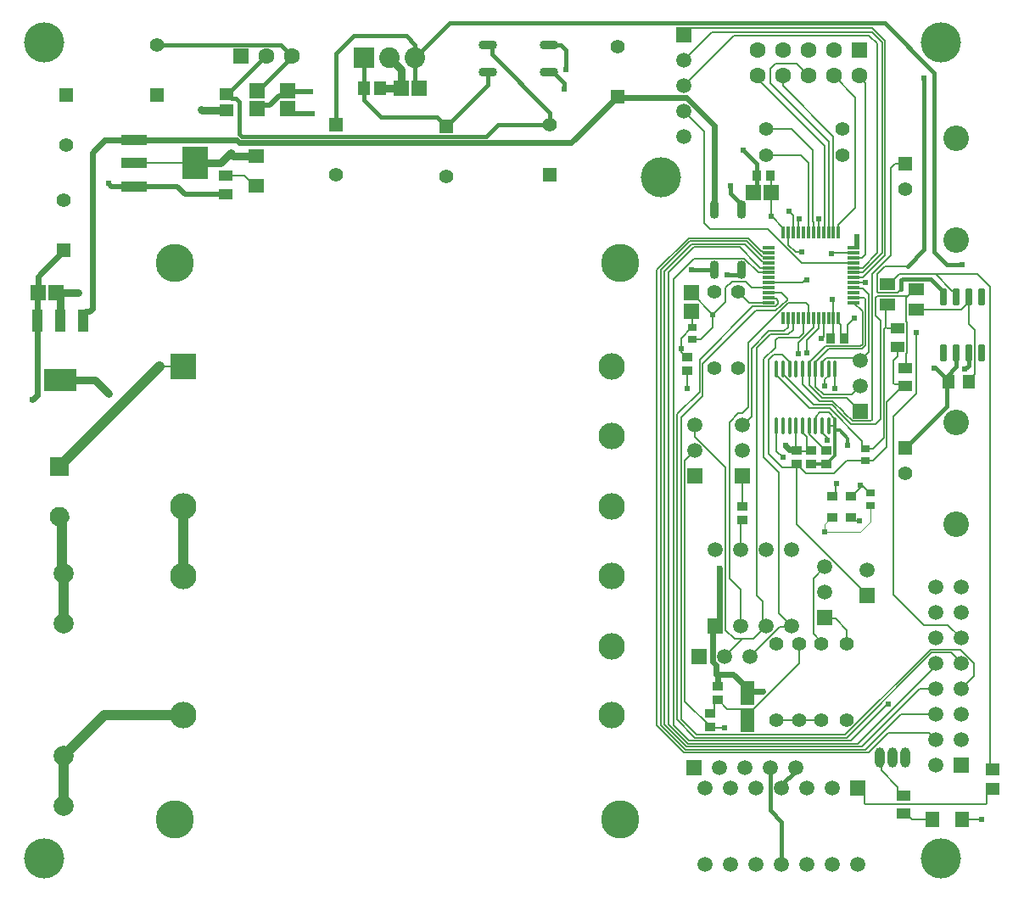
<source format=gtl>
G04*
G04 #@! TF.GenerationSoftware,Altium Limited,Altium Designer,20.1.14 (287)*
G04*
G04 Layer_Physical_Order=1*
G04 Layer_Color=255*
%FSLAX25Y25*%
%MOIN*%
G70*
G04*
G04 #@! TF.SameCoordinates,DD9DAAA6-87D7-4B0E-BF1D-CD2AD6DAE19A*
G04*
G04*
G04 #@! TF.FilePolarity,Positive*
G04*
G01*
G75*
%ADD10C,0.00787*%
%ADD12C,0.02362*%
%ADD13C,0.01968*%
%ADD15C,0.01575*%
%ADD23R,0.03543X0.02953*%
%ADD39R,0.03937X0.03543*%
%ADD40R,0.04724X0.01181*%
%ADD41R,0.01181X0.04724*%
%ADD58C,0.08071*%
%ADD59R,0.08071X0.08071*%
%ADD67C,0.07874*%
%ADD70R,0.03543X0.03937*%
%ADD71R,0.05906X0.06102*%
%ADD72R,0.06102X0.05906*%
%ADD73R,0.03937X0.03543*%
%ADD74R,0.05118X0.05709*%
%ADD75O,0.07284X0.03543*%
%ADD76R,0.05709X0.05118*%
%ADD77R,0.05709X0.04134*%
%ADD78R,0.09843X0.03937*%
%ADD79R,0.09843X0.12992*%
%ADD80R,0.05906X0.05512*%
%ADD81R,0.05709X0.04724*%
%ADD82R,0.06102X0.04921*%
G04:AMPARAMS|DCode=83|XSize=25.59mil|YSize=64.96mil|CornerRadius=1.92mil|HoleSize=0mil|Usage=FLASHONLY|Rotation=0.000|XOffset=0mil|YOffset=0mil|HoleType=Round|Shape=RoundedRectangle|*
%AMROUNDEDRECTD83*
21,1,0.02559,0.06112,0,0,0.0*
21,1,0.02175,0.06496,0,0,0.0*
1,1,0.00384,0.01088,-0.03056*
1,1,0.00384,-0.01088,-0.03056*
1,1,0.00384,-0.01088,0.03056*
1,1,0.00384,0.01088,0.03056*
%
%ADD83ROUNDEDRECTD83*%
%ADD84R,0.04724X0.05709*%
%ADD85O,0.01378X0.06693*%
%ADD86O,0.03543X0.07284*%
%ADD87R,0.05512X0.05906*%
%ADD88R,0.03937X0.08661*%
%ADD89R,0.12992X0.08661*%
%ADD90R,0.05315X0.09252*%
%ADD91C,0.00400*%
%ADD92C,0.02953*%
%ADD93C,0.01181*%
%ADD94C,0.03937*%
%ADD95R,0.05512X0.05512*%
%ADD96C,0.05512*%
%ADD97C,0.05906*%
%ADD98R,0.05906X0.05906*%
%ADD99R,0.05906X0.05906*%
%ADD100R,0.10394X0.10394*%
%ADD101C,0.10394*%
%ADD102C,0.14961*%
%ADD103R,0.06299X0.06299*%
%ADD104C,0.06299*%
%ADD105O,0.03937X0.07874*%
%ADD106O,0.03937X0.07874*%
%ADD107C,0.10039*%
%ADD108R,0.06299X0.06299*%
%ADD109C,0.06299*%
%ADD110C,0.07677*%
%ADD111R,0.07677X0.07677*%
%ADD112C,0.15748*%
%ADD113C,0.02402*%
D10*
X326625Y60075D02*
X341050Y74500D01*
X341500D01*
X327756Y239973D02*
X332473D01*
X332500Y240000D01*
X333813Y212762D02*
Y235458D01*
X331439Y237832D02*
X333813Y235458D01*
X327929Y237832D02*
X331439D01*
X340187Y250911D02*
Y334942D01*
X331242Y241966D02*
X340187Y250911D01*
X327732Y241966D02*
X331242D01*
X263500Y339950D02*
X335179D01*
X340187Y334942D01*
X314000Y259729D02*
Y265000D01*
X313953Y259682D02*
X314000Y259729D01*
X290000Y319950D02*
X316264Y293686D01*
Y260025D02*
Y293686D01*
X315921Y259682D02*
X316264Y260025D01*
X311736Y264062D02*
Y292214D01*
X303500Y300450D02*
X311736Y292214D01*
Y264062D02*
X312000Y263798D01*
Y259698D02*
Y263798D01*
X309500Y217513D02*
X313953Y221965D01*
X309500Y212500D02*
Y217513D01*
X292500Y171450D02*
Y210000D01*
X297000Y214500D02*
Y217500D01*
X292500Y210000D02*
X297000Y214500D01*
X297950Y218450D02*
X306321D01*
X297000Y217500D02*
X297950Y218450D01*
X302137Y219637D02*
X303913Y221413D01*
X294942Y219637D02*
X302137D01*
X303913Y221413D02*
Y226021D01*
X294500Y220950D02*
X300450D01*
X302000Y222500D01*
Y226076D01*
X265000Y253950D02*
X283013D01*
X290137Y246825D02*
Y246825D01*
X283013Y253950D02*
X290137Y246825D01*
X262189Y57700D02*
X331200D01*
X353772Y80272D02*
X360000D01*
X331200Y57700D02*
X353772Y80272D01*
X262680Y58888D02*
X329388D01*
X360000Y89500D02*
Y90272D01*
X329388Y58888D02*
X360000Y89500D01*
X332513Y56513D02*
X346272Y70272D01*
X360000D01*
X261697Y56513D02*
X332513D01*
X333825Y55325D02*
X341493Y62993D01*
X357279D01*
X261137Y55325D02*
X333825D01*
X357904Y95834D02*
X369736D01*
X324520Y62450D02*
X357904Y95834D01*
X358396Y94647D02*
X366102D01*
X325012Y61262D02*
X358396Y94647D01*
X258500Y68271D02*
Y188476D01*
Y68271D02*
X265508Y61262D01*
X258500Y188476D02*
X267280Y197255D01*
X265508Y61262D02*
X325012D01*
X250500Y245129D02*
X262883Y257512D01*
X250500Y65962D02*
X261137Y55325D01*
X250500Y65962D02*
Y245129D01*
X252000Y66141D02*
Y244950D01*
Y66141D02*
X259067Y59075D01*
X252000Y244950D02*
X263375Y256325D01*
X253500Y66321D02*
X259558Y60262D01*
X253500Y244450D02*
X264000Y254950D01*
X253500Y66321D02*
Y244450D01*
X255000Y66500D02*
X260050Y61450D01*
X255000Y243950D02*
X265000Y253950D01*
X255000Y66500D02*
Y243950D01*
X259067Y59075D02*
X259135D01*
X261697Y56513D01*
X259558Y60262D02*
X259626D01*
X262189Y57700D01*
X260050Y61450D02*
X260118D01*
X366102Y94647D02*
X370000Y90749D01*
Y90272D02*
Y90749D01*
Y80272D02*
X375000Y85272D01*
Y90570D01*
X369736Y95834D02*
X375000Y90570D01*
X331255Y160261D02*
X334205Y157312D01*
X330688Y160261D02*
X331255D01*
X330500Y160450D02*
X330688Y160261D01*
X315921Y218871D02*
Y226218D01*
X315000Y217950D02*
X315921Y218871D01*
X306039Y259721D02*
X306079Y259682D01*
X306039Y264489D02*
X306500Y264950D01*
X306039Y259721D02*
Y264489D01*
X294268Y236060D02*
X299390D01*
X260000Y68450D02*
X266000Y62450D01*
X324520D01*
X299452Y231082D02*
X301584Y233213D01*
X260000Y68450D02*
Y186950D01*
X268500Y195450D01*
Y207950D01*
X289500Y228950D01*
X297151D01*
X301584Y233213D02*
Y233866D01*
X297151Y228950D02*
X299283Y231082D01*
X299452D01*
X299390Y236060D02*
X301584Y233866D01*
X267280Y197255D02*
Y209826D01*
X296950Y230647D02*
X298073Y231770D01*
X267280Y209826D02*
X288101Y230647D01*
X296950D01*
X298073Y231770D02*
Y232870D01*
X297238Y233704D02*
X298073Y232870D01*
X297168Y233704D02*
X297238D01*
X296977Y233895D02*
X297168Y233704D01*
X294465Y233895D02*
X296977D01*
X263172Y60075D02*
X326625D01*
X257092Y241542D02*
X265026Y249476D01*
X257092Y66155D02*
Y241542D01*
X265026Y249476D02*
X284878D01*
X257092Y66155D02*
X263172Y60075D01*
X311984Y259682D02*
X312000Y259698D01*
X306000Y211950D02*
Y216450D01*
X352500Y196450D02*
Y220450D01*
X343500Y187450D02*
X352500Y196450D01*
X260118Y61450D02*
X262680Y58888D01*
X343500Y117450D02*
X355500Y105450D01*
X81000Y282092D02*
X88358D01*
X90638Y280406D02*
X93000Y278044D01*
X90043Y280406D02*
X90638D01*
X88358Y282092D02*
X90043Y280406D01*
X274453Y75978D02*
X274650D01*
X278162Y72465D01*
X283736D01*
X286000Y70202D01*
Y68233D02*
Y70202D01*
X273075Y74600D02*
X274453Y75978D01*
X273075Y71985D02*
Y74600D01*
X271697Y70607D02*
X273075Y71985D01*
X271500Y70607D02*
X271697D01*
X325138Y170088D02*
X335453D01*
X332205Y174812D02*
X335453D01*
Y170088D02*
X340875Y175510D01*
Y192970D01*
X347213Y199308D01*
X339687Y221737D02*
X340503Y222553D01*
X339687Y179047D02*
Y221737D01*
X335453Y174812D02*
X339687Y179047D01*
X297484Y206170D02*
X297677Y206363D01*
Y209021D01*
X331122Y175895D02*
X332205Y174812D01*
X331122Y175895D02*
Y177877D01*
X318401Y190599D02*
X331122Y177877D01*
X310398Y190599D02*
X318401D01*
X297677Y203320D02*
X310398Y190599D01*
X297484Y206170D02*
X297677Y206363D01*
Y209021D01*
Y203320D02*
Y205977D01*
X297484Y206170D02*
X297677Y205977D01*
X320000Y164950D02*
X325138Y170088D01*
X309185Y164950D02*
X320000D01*
X307075Y167060D02*
X309185Y164950D01*
X307075Y167060D02*
Y167257D01*
X305697Y168635D02*
X307075Y167257D01*
X305500Y168635D02*
X305697D01*
X347213Y199308D02*
X348000D01*
X346571Y199950D02*
X346963Y199558D01*
X347213Y199308D01*
X284878Y249476D02*
X290419Y243934D01*
X294268D01*
X330312Y160261D02*
X330500Y160450D01*
X330312Y159458D02*
Y160261D01*
X326937Y156084D02*
X330312Y159458D01*
X319858Y226218D02*
Y232825D01*
Y218966D02*
Y226218D01*
X302142Y254808D02*
X305000Y251950D01*
X302142Y254808D02*
Y259682D01*
X305000Y251950D02*
X307500D01*
X269000Y263450D02*
Y299450D01*
X271500Y260950D02*
X294176D01*
X269000Y263450D02*
X271500Y260950D01*
X294176D02*
X307255Y247871D01*
X261000Y307450D02*
X269000Y299450D01*
X294268Y234092D02*
X294465Y233895D01*
X294268Y239997D02*
X294315Y239950D01*
X308648Y240950D02*
X309500D01*
X307648Y239950D02*
X308648Y240950D01*
X294315Y239950D02*
X307648D01*
X286363Y190950D02*
Y216312D01*
X302000Y231950D02*
X309000D01*
X286363Y216312D02*
X298789Y228739D01*
X299424Y229374D02*
X302000Y231950D01*
X298789Y228909D02*
X299254Y229374D01*
X298789Y228739D02*
Y228909D01*
X299254Y229374D02*
X299424D01*
X331000Y213950D02*
X332413Y215362D01*
Y233580D01*
X331901Y234092D02*
X332413Y233580D01*
X330500Y209450D02*
X333813Y212762D01*
X317961Y213950D02*
X331000D01*
X312839Y208828D02*
X317961Y213950D01*
X316639Y215188D02*
X330502D01*
X331225Y215911D02*
Y228630D01*
X310280Y208828D02*
X316639Y215188D01*
X330502D02*
X331225Y215911D01*
X315398Y206170D02*
X315591Y206363D01*
Y209021D01*
X328115Y210450D02*
X329115Y209450D01*
X315591Y209021D02*
X317020Y210450D01*
X328115D01*
X329115Y209450D02*
X330500D01*
X319543Y193450D02*
X324000Y188993D01*
X314500Y193450D02*
X319543D01*
X324000Y188922D02*
Y188993D01*
X327219Y185703D02*
X334539D01*
X324000Y188922D02*
X327219Y185703D01*
X322813Y188430D02*
X326727Y184516D01*
X327434D02*
X327500Y184450D01*
X326727Y184516D02*
X327434D01*
X322813Y188430D02*
Y188501D01*
X319363Y191950D02*
X322813Y188501D01*
X312069Y191950D02*
X319363D01*
X327500Y184450D02*
X336500D01*
X314500Y188950D02*
X318038D01*
X313032Y187481D02*
X314500Y188950D01*
X312839Y183729D02*
X312952Y183842D01*
Y186917D01*
X313032Y186997D01*
Y187481D01*
X318038Y188950D02*
X320516Y186472D01*
X300619Y203400D02*
X312069Y191950D01*
X336500Y184450D02*
X338500Y186450D01*
X300316Y203400D02*
X300619D01*
X300043Y203673D02*
X300316Y203400D01*
X300043Y203673D02*
Y206170D01*
X335000Y186165D02*
Y243450D01*
X334539Y185703D02*
X335000Y186165D01*
X307720Y200229D02*
X314500Y193450D01*
X326863Y193087D02*
X326863D01*
X315508Y194762D02*
X325187D01*
X326863Y193087D01*
X326863D02*
X330500Y189450D01*
X310393Y202982D02*
Y206057D01*
Y202982D02*
X310472Y202902D01*
Y199798D02*
X315508Y194762D01*
X310280Y206170D02*
X310393Y206057D01*
X310472Y199798D02*
Y202902D01*
X299849Y167450D02*
X304315D01*
X294500Y172799D02*
X299849Y167450D01*
X294500Y172799D02*
Y209875D01*
X296461Y211836D01*
X299594D01*
X292500Y171450D02*
X298500Y165450D01*
X304315Y167450D02*
X305500Y168635D01*
X298500Y109950D02*
Y165450D01*
X330441Y119509D02*
X333000Y116950D01*
X330441Y119509D02*
Y120009D01*
X305500Y144950D02*
X330441Y120009D01*
X305500Y144950D02*
Y168635D01*
X312000Y101958D02*
X315167Y98791D01*
X312000Y123892D02*
X316500Y128392D01*
X312000Y101958D02*
Y123892D01*
X261500Y75489D02*
Y169950D01*
X265500Y173950D01*
X261500Y75489D02*
X271697Y65292D01*
X277500Y103450D02*
Y167450D01*
Y103450D02*
X281000Y99950D01*
X265500Y179450D02*
X277500Y167450D01*
X265500Y179450D02*
Y183950D01*
X289754Y117017D02*
X292000Y114771D01*
X289754Y117017D02*
Y214449D01*
X294942Y219637D01*
X298500Y109950D02*
X303500Y104950D01*
X287550Y214000D02*
X294500Y220950D01*
X302000Y226076D02*
X302142Y226218D01*
X284000Y183950D02*
X287550Y187500D01*
Y214000D01*
X292000Y106450D02*
X292231Y106219D01*
X292231D02*
X293500Y104950D01*
X292000Y106450D02*
Y114771D01*
X308031Y220160D02*
Y226202D01*
X306321Y218450D02*
X308031Y220160D01*
Y226202D02*
X308047Y226218D01*
X310016D02*
Y230934D01*
X309000Y231950D02*
X310016Y230934D01*
X272500Y227450D02*
X277500Y232450D01*
X264098Y235993D02*
X272500Y227592D01*
X277500Y232450D02*
Y237989D01*
X286519Y257450D02*
X291112Y252857D01*
X286230Y257450D02*
X286519D01*
X262883Y257512D02*
X286168D01*
X286230Y257450D01*
X263375Y256325D02*
X285676D01*
X291577Y250424D01*
X285082Y254950D02*
X291577Y248455D01*
X264000Y254950D02*
X264321D01*
X285013D02*
X285082D01*
X264321D02*
X264508Y255137D01*
X284826D01*
X285013Y254950D01*
X291112Y252857D02*
Y252857D01*
Y252857D02*
X291964Y252005D01*
X292496Y247871D02*
X294268D01*
X291912Y248455D02*
X292496Y247871D01*
X291577Y248455D02*
X291912D01*
X291577Y250424D02*
X291912D01*
X292496Y249840D01*
X294268D01*
X294071Y252005D02*
X294268Y251808D01*
X291964Y252005D02*
X294071D01*
X343500Y117450D02*
Y187450D01*
X373061Y223889D02*
X375500Y221450D01*
X372937Y201442D02*
X375500Y204005D01*
Y221450D01*
X372937Y200950D02*
Y201442D01*
X343961Y199950D02*
X346571D01*
X343500Y200411D02*
Y209450D01*
Y200411D02*
X343961Y199950D01*
X345000Y210950D02*
Y214808D01*
X343500Y209450D02*
X345000Y210950D01*
X337497Y235953D02*
X345003D01*
X346500Y237450D01*
X336961Y234669D02*
X349096D01*
X336500Y226950D02*
X338500Y224950D01*
X348500Y234177D02*
X349044Y234721D01*
X336500Y226950D02*
Y234208D01*
X349505Y235182D02*
X349777Y235454D01*
X349044Y234721D02*
X349505Y235182D01*
X338500Y186450D02*
Y224950D01*
X336500Y234208D02*
X336961Y234669D01*
X348500Y212264D02*
X348648Y212412D01*
X348500Y207091D02*
Y212264D01*
Y224635D02*
X348648Y224487D01*
X348500Y224635D02*
Y234177D01*
X348000Y206592D02*
X348500Y207091D01*
X348648Y212412D02*
Y224487D01*
X351844Y237521D02*
X352434D01*
X349777Y235454D02*
X351844Y237521D01*
X342449Y250899D02*
Y285184D01*
X335000Y243450D02*
X342449Y250899D01*
X337000Y236450D02*
Y243271D01*
X340179Y246450D01*
X349000D01*
X332500Y251214D02*
Y318449D01*
X331126Y249840D02*
X332500Y251214D01*
X327732Y249840D02*
X331126D01*
X330000Y320949D02*
Y321421D01*
Y320949D02*
X332500Y318449D01*
X261000Y327450D02*
X272000Y338450D01*
X335000D02*
X339000Y334450D01*
X272000Y338450D02*
X335000D01*
X261000Y337450D02*
X263500Y339950D01*
X320000Y321421D02*
X328500Y312921D01*
X324405Y265355D02*
X328500Y269450D01*
Y312921D01*
X324405Y265355D02*
X324405D01*
X321827Y262777D02*
X324405Y265355D01*
X321827Y259682D02*
Y262777D01*
X295000Y318450D02*
X317890Y295560D01*
Y259682D02*
Y295560D01*
X300000Y317450D02*
X319858Y297592D01*
Y259682D02*
Y297592D01*
X300000Y317450D02*
Y321421D01*
X295000Y318450D02*
Y323950D01*
X297000Y325950D02*
X305471D01*
X295000Y323950D02*
X297000Y325950D01*
X305471D02*
X310000Y321421D01*
X290000Y319950D02*
Y321421D01*
X261000Y317450D02*
X280716Y337166D01*
X333784D02*
X337000Y333950D01*
X280716Y337166D02*
X333784D01*
X337000Y251627D02*
Y333950D01*
X331276Y245903D02*
X337000Y251627D01*
X339000Y251659D02*
Y334450D01*
X331276Y243934D02*
X339000Y251659D01*
X337000Y236450D02*
X337497Y235953D01*
X54886Y206950D02*
X64500D01*
X309063Y41887D02*
X309500Y41450D01*
X319500Y40950D02*
Y41450D01*
X350646Y28950D02*
X358594D01*
X348287Y31308D02*
X350646Y28950D01*
X15728Y148107D02*
X16614Y147221D01*
Y126678D02*
X17500Y125792D01*
X286000Y70202D02*
X306333Y90535D01*
Y97950D01*
X303315Y104765D02*
X303500Y104950D01*
X298815Y104765D02*
X303315D01*
X287000Y92950D02*
X298815Y104765D01*
X277000Y92950D02*
X277000D01*
X284000Y99950D02*
X288500D01*
X277000Y92950D02*
X284000Y99950D01*
X281000D02*
X284000D01*
X288500D02*
X293500Y104950D01*
X286000Y68233D02*
Y70202D01*
X320508Y206162D02*
X320516Y206170D01*
X320508Y198458D02*
Y206162D01*
X320500Y198450D02*
X320508Y198458D01*
X317957Y203405D02*
Y206170D01*
X316500Y201948D02*
X317957Y203405D01*
X316500Y199450D02*
Y201948D01*
X312839Y199111D02*
Y206170D01*
X316000Y195950D02*
X327000D01*
X312839Y199111D02*
X316000Y195950D01*
X312839Y206170D02*
Y208828D01*
X327000Y195950D02*
X330500Y199450D01*
X307720Y200229D02*
Y206170D01*
X327732Y232123D02*
X331225Y228630D01*
X310280Y206170D02*
Y208828D01*
X302602Y206170D02*
Y208828D01*
X299594Y211836D02*
X302602Y208828D01*
X305161Y174288D02*
Y183729D01*
Y174288D02*
X305500Y173950D01*
X317957Y183729D02*
X320516D01*
X310280D02*
X310393Y183616D01*
Y180360D02*
Y183616D01*
Y180360D02*
X316803Y173950D01*
X317000D01*
X315591Y180879D02*
X317312Y179158D01*
X315591Y180879D02*
Y183537D01*
X315398Y183729D02*
X315591Y183537D01*
X317312Y178138D02*
X317500Y177950D01*
X317312Y178138D02*
Y179158D01*
X307720Y181072D02*
Y183729D01*
Y181072D02*
X309425Y179367D01*
Y175328D02*
Y179367D01*
Y175328D02*
X310803Y173950D01*
X311000D01*
X297484Y173863D02*
X300000Y171347D01*
X297484Y173863D02*
Y183729D01*
X320516D02*
Y186472D01*
X325535Y223485D02*
X328000Y225950D01*
X325535Y219328D02*
Y223485D01*
X324158Y217950D02*
X325535Y219328D01*
X318843Y217950D02*
X319858Y218966D01*
X321827Y226218D02*
X322024Y226021D01*
Y224249D02*
Y226021D01*
Y224249D02*
X322779Y223493D01*
Y219328D02*
Y223493D01*
Y219328D02*
X324158Y217950D01*
X327732Y234092D02*
X331901D01*
X340503Y222553D02*
X340965Y222092D01*
X340503Y222553D02*
Y230918D01*
X341000Y231415D01*
X340965Y222092D02*
X345000D01*
X344063Y286798D02*
X348000D01*
X342449Y285184D02*
X344063Y286798D01*
X327732Y238029D02*
X327929Y237832D01*
X320835Y160784D02*
X321000Y160950D01*
X320835Y157462D02*
Y160784D01*
X334205Y157312D02*
X334500D01*
X326740Y156084D02*
X326937D01*
X319457D02*
X320835Y157462D01*
X319260Y156084D02*
X319457D01*
X315167Y97950D02*
Y98791D01*
X316500Y108392D02*
X316942Y107950D01*
X320634D01*
X325000Y97950D02*
Y103584D01*
X320634Y107950D02*
X325000Y103584D01*
X328106Y146450D02*
X330000D01*
X326740Y147816D02*
X328106Y146450D01*
X364822Y105450D02*
X370000Y100272D01*
X355500Y105450D02*
X364822D01*
X262500Y198450D02*
Y205292D01*
X264500Y217725D02*
X267776D01*
X272453Y222403D02*
Y227403D01*
X267776Y217725D02*
X272453Y222403D01*
Y227403D02*
X272500Y227450D01*
X264000Y235993D02*
X264098D01*
X272500Y227450D02*
Y227592D01*
X279961Y240450D02*
X285307D01*
X277500Y237989D02*
X279961Y240450D01*
X285307D02*
X287760Y237997D01*
X291060Y245903D02*
X294268D01*
X290137Y246825D02*
X291060Y245903D01*
X262500Y205292D02*
X262697D01*
X264500Y222450D02*
Y228407D01*
X264000Y228906D02*
X264500Y228407D01*
X264205Y222450D02*
X264500D01*
X260000Y218245D02*
X264205Y222450D01*
X260000Y213950D02*
Y218245D01*
X262303Y210607D02*
X262500D01*
X260188Y212722D02*
X262303Y210607D01*
X260188Y212722D02*
Y213761D01*
X260000Y213950D02*
X260188Y213761D01*
X282500Y236450D02*
X286827Y232123D01*
X294268D01*
X295000Y281950D02*
X295535Y281414D01*
Y275458D02*
Y281414D01*
Y275458D02*
X295543Y275450D01*
X295500Y265950D02*
Y275407D01*
X295543Y275450D01*
X310016Y259682D02*
Y286934D01*
X307000Y289950D02*
X310016Y286934D01*
X293500Y289950D02*
X307000D01*
X293500Y300450D02*
X303500D01*
X373061Y232561D02*
Y234529D01*
Y223889D02*
Y232561D01*
X319500Y233184D02*
X319858Y232825D01*
X319500Y233184D02*
Y233450D01*
X44992Y286950D02*
X69008D01*
X370406Y28950D02*
X378000D01*
X294252Y238013D02*
X294268Y238029D01*
X287776Y238013D02*
X294252D01*
X287760Y237997D02*
X287776Y238013D01*
X300173Y259682D02*
Y261454D01*
X295677Y265950D02*
X300173Y261454D01*
X295500Y265950D02*
X295677D01*
X319624Y251808D02*
X327732D01*
X319266Y251450D02*
X319624Y251808D01*
X319000Y251450D02*
X319266D01*
X310962Y173912D02*
X311000Y173950D01*
X305500D02*
X305538Y173912D01*
X310962D01*
X329500Y41450D02*
X332059Y38891D01*
X382008Y41013D02*
X382500D01*
X380039Y39044D02*
X382008Y41013D01*
X380039Y35411D02*
Y39044D01*
X379578Y34950D02*
X380039Y35411D01*
X332520Y34950D02*
X379578D01*
X332059Y35411D02*
X332520Y34950D01*
X332059Y35411D02*
Y38891D01*
X307255Y247871D02*
X327732D01*
Y243934D02*
X331276D01*
X327732Y245903D02*
X331276D01*
X271500Y65292D02*
X271843Y64950D01*
X277000D01*
X273094Y244950D02*
X273185Y245040D01*
X357279Y62993D02*
X360000Y60272D01*
X381500Y49887D02*
X382500Y48887D01*
X381500Y49887D02*
Y238450D01*
X338603Y48364D02*
X345039Y41927D01*
X338603Y48364D02*
Y52847D01*
X345039Y40265D02*
Y41927D01*
Y40265D02*
X346713Y38592D01*
X338000Y53450D02*
X338603Y52847D01*
X271500Y65292D02*
X271697D01*
X306333Y67950D02*
X315167D01*
X346713Y38592D02*
X347500D01*
X376500Y243450D02*
X381500Y238450D01*
X360000Y243450D02*
X376500D01*
X313953Y221965D02*
Y226218D01*
X306000Y216450D02*
X311984Y222434D01*
Y226218D01*
X368061Y234529D02*
Y236040D01*
X367176Y236926D02*
X368061Y236040D01*
X366524Y236926D02*
X367176D01*
X360000Y243450D02*
X366524Y236926D01*
X369950Y229450D02*
X373061Y232561D01*
X352434Y229450D02*
X369950D01*
X345555Y243450D02*
X360000D01*
X341000Y239485D02*
X341590D01*
X345555Y243450D01*
X284059Y188646D02*
X286363Y190950D01*
X282469Y188646D02*
X284059D01*
X279000Y172058D02*
Y185177D01*
X282469Y188646D01*
X279137Y123922D02*
Y171921D01*
X283500Y104950D02*
Y119560D01*
X279137Y123922D02*
X283500Y119560D01*
X279000Y172058D02*
X279137Y171921D01*
X284000Y151950D02*
Y163950D01*
X327732Y239997D02*
X327756Y239973D01*
X304110Y259682D02*
Y266340D01*
X302500Y267950D02*
X304110Y266340D01*
X297500Y67950D02*
X306333D01*
X347500Y31308D02*
X348287D01*
X283500Y146135D02*
X284000Y146635D01*
X283500Y134950D02*
Y146135D01*
X303913Y226021D02*
X304110Y226218D01*
D12*
X235000Y313107D02*
X235191Y312916D01*
X261946D01*
X273185Y301677D01*
Y268859D02*
Y301677D01*
X33545Y296005D02*
X44992D01*
X216873Y294981D02*
X235000Y313107D01*
X86542Y294981D02*
X216873D01*
X85518Y296005D02*
X86542Y294981D01*
X47945Y296005D02*
X85518D01*
X44992D02*
X47945D01*
X274287Y81458D02*
Y86166D01*
Y81458D02*
X274453Y81292D01*
X273670Y86166D02*
Y89868D01*
X272466Y103916D02*
X273500Y104950D01*
X275000Y106450D01*
X272466Y91072D02*
Y103916D01*
Y91072D02*
X273670Y89868D01*
X274287Y86166D02*
X280469D01*
X274000D02*
X274287D01*
X287185Y79450D02*
X292000D01*
X286000Y80635D02*
X287185Y79450D01*
X304909Y174540D02*
X305161Y174288D01*
X280469Y86166D02*
X286000Y80635D01*
Y78666D02*
Y80635D01*
X301000Y175950D02*
X302409Y174540D01*
X304909D01*
X28620Y291080D02*
X33545Y296005D01*
X26039Y228607D02*
X27467D01*
X25055Y227623D02*
X26039Y228607D01*
X25055Y225261D02*
Y227623D01*
X28620Y229760D02*
Y291080D01*
X27467Y228607D02*
X28620Y229760D01*
X275000Y106450D02*
Y127681D01*
X7413Y235950D02*
Y242521D01*
X17500Y252607D01*
X6945Y225261D02*
X7179Y225495D01*
Y235716D01*
X7413Y235950D01*
X6945Y195895D02*
Y225261D01*
X5000Y193950D02*
X6945Y195895D01*
D13*
X98350Y309800D02*
X102075Y313525D01*
X94893Y309800D02*
X98350D01*
X102075Y313525D02*
X103532D01*
X93500Y308406D02*
X94893Y309800D01*
X103532Y313525D02*
X105500Y315493D01*
X106043Y314950D02*
X114500D01*
X105500Y315493D02*
X106043Y314950D01*
X107457Y306450D02*
X115000D01*
X105500Y308407D02*
X107457Y306450D01*
X329000Y254170D02*
Y257950D01*
X44992Y277895D02*
X61994D01*
X65081Y274808D01*
X81000D01*
X36055Y277895D02*
X44992D01*
X35000Y278950D02*
X36055Y277895D01*
D15*
X364450Y247000D02*
X370500D01*
X359500Y251950D02*
X364450Y247000D01*
X184091Y333265D02*
X184294D01*
X185567Y329630D02*
X208500Y306697D01*
X184294Y333265D02*
X185567Y331992D01*
Y329630D02*
Y331992D01*
X208500Y302135D02*
Y306697D01*
X188079Y302135D02*
X208500D01*
X183394Y297450D02*
X188079Y302135D01*
X171006Y297450D02*
X183394D01*
X170905Y297349D02*
X171006Y297450D01*
X87523Y297349D02*
X170905D01*
X86500Y298372D02*
X87523Y297349D01*
X86500Y298372D02*
Y310950D01*
X85122Y312328D02*
X86500Y310950D01*
X83272Y312328D02*
X85122D01*
X81500Y314099D02*
X83272Y312328D01*
X299500Y11450D02*
Y28147D01*
X295000Y32647D02*
X299500Y28147D01*
X295000Y32647D02*
Y49450D01*
X299500Y42700D02*
X305000Y48200D01*
X54000Y333292D02*
X102657D01*
X107000Y328950D01*
X135350Y311599D02*
Y328155D01*
X135520Y328324D01*
X135350Y311599D02*
X142000Y304950D01*
X164000D01*
X167657Y301292D01*
X155480Y318013D02*
Y328324D01*
X346500Y237450D02*
Y240989D01*
X346961Y241450D02*
X358109D01*
X346500Y240989D02*
X346961Y241450D01*
X340000Y341950D02*
X359500Y322450D01*
X155480Y328324D02*
X169106Y341950D01*
X340000D01*
X359500Y251950D02*
Y322450D01*
X349000Y246450D02*
X355500Y252950D01*
X289685Y281950D02*
Y286765D01*
Y276678D02*
Y281950D01*
X213962Y315987D02*
X214000Y315950D01*
X213962Y315987D02*
Y318452D01*
X209780Y322635D02*
X213962Y318452D01*
X207909Y322635D02*
X209780D01*
X279500Y277950D02*
X279538Y277912D01*
Y275007D02*
Y277912D01*
Y275007D02*
X283815Y270729D01*
Y268859D02*
Y270729D01*
X364307Y191307D02*
Y200194D01*
X348000Y175000D02*
X364307Y191307D01*
Y200194D02*
X365063Y200950D01*
X359500Y206450D02*
X360055D01*
X363248Y203257D02*
X364307D01*
X360055Y206450D02*
X363248Y203257D01*
X368000Y206950D02*
Y212224D01*
X364307Y203257D02*
X368000Y206950D01*
Y212224D02*
X368061Y212285D01*
X364307Y201706D02*
Y202655D01*
X124500Y302135D02*
Y329950D01*
X131500Y336950D02*
X152000D01*
X124500Y329950D02*
X131500Y336950D01*
X355500Y252950D02*
Y320450D01*
X288457Y275450D02*
X289685Y276678D01*
X284500Y291950D02*
X289685Y286765D01*
X214580Y323870D02*
Y331417D01*
X212732Y333265D02*
X214580Y331417D01*
X207909Y333265D02*
X212732D01*
X81500Y314099D02*
X81795D01*
X167657Y301292D02*
X184091Y317725D01*
Y322635D01*
X155410Y328395D02*
X155480Y328324D01*
X155410Y328395D02*
Y333540D01*
X152000Y336950D02*
X155410Y333540D01*
X155480Y318013D02*
X157043Y316450D01*
X81795Y314099D02*
X96646Y328950D01*
X97000D01*
X107000Y328895D02*
Y328950D01*
X93598Y315493D02*
X107000Y328895D01*
X93500Y315493D02*
X93598D01*
X278000Y242950D02*
X278188Y243138D01*
X282542D01*
X283815Y244411D01*
Y245040D01*
X358109Y241450D02*
X363061Y236498D01*
Y234529D02*
Y236498D01*
X373061Y207511D02*
Y212285D01*
X371500Y205950D02*
X373061Y207511D01*
X264000Y244950D02*
X273094D01*
D23*
X334500Y152588D02*
D03*
Y157312D02*
D03*
X264500Y222450D02*
D03*
Y217725D02*
D03*
X332500Y174812D02*
D03*
Y170088D02*
D03*
D39*
X326740Y147816D02*
D03*
Y156084D02*
D03*
X319260D02*
D03*
Y147816D02*
D03*
D40*
X327732Y251808D02*
D03*
Y253777D02*
D03*
X294268Y238029D02*
D03*
X327732Y236060D02*
D03*
Y249840D02*
D03*
Y247871D02*
D03*
Y245903D02*
D03*
Y243934D02*
D03*
Y241966D02*
D03*
Y239997D02*
D03*
Y238029D02*
D03*
Y234092D02*
D03*
Y232123D02*
D03*
X294268D02*
D03*
Y234092D02*
D03*
Y236060D02*
D03*
Y239997D02*
D03*
Y241966D02*
D03*
Y243934D02*
D03*
Y245903D02*
D03*
Y247871D02*
D03*
Y249840D02*
D03*
Y251808D02*
D03*
Y253777D02*
D03*
D41*
X319858Y226218D02*
D03*
X302142Y259682D02*
D03*
X321827Y226218D02*
D03*
X300173Y259682D02*
D03*
X308047D02*
D03*
X317890Y226218D02*
D03*
X300173D02*
D03*
X304110Y259682D02*
D03*
X306079D02*
D03*
X310016D02*
D03*
X311984D02*
D03*
X313953D02*
D03*
X315921D02*
D03*
X317890D02*
D03*
X319858D02*
D03*
X321827D02*
D03*
X315921Y226218D02*
D03*
X313953D02*
D03*
X311984D02*
D03*
X310016D02*
D03*
X308047D02*
D03*
X306079D02*
D03*
X304110D02*
D03*
X302142D02*
D03*
D58*
X155480Y328324D02*
D03*
X145500D02*
D03*
D59*
X135520D02*
D03*
D67*
X17500Y125792D02*
D03*
Y106107D02*
D03*
Y53950D02*
D03*
Y34265D02*
D03*
D70*
X289685Y281950D02*
D03*
X295000D02*
D03*
X324158Y217950D02*
D03*
X318843D02*
D03*
D71*
X288457Y275450D02*
D03*
X295543D02*
D03*
X157043Y316450D02*
D03*
X149957D02*
D03*
X14500Y235950D02*
D03*
X7413D02*
D03*
D72*
X264000Y235993D02*
D03*
Y228906D02*
D03*
X105500Y315493D02*
D03*
Y308407D02*
D03*
X93500Y315493D02*
D03*
Y308406D02*
D03*
D73*
X262500Y205292D02*
D03*
Y210607D02*
D03*
X317000Y168635D02*
D03*
X311000D02*
D03*
X305500Y173950D02*
D03*
X311000D02*
D03*
X274453Y81292D02*
D03*
X271500Y65292D02*
D03*
Y70607D02*
D03*
X317000Y173950D02*
D03*
X305500Y168635D02*
D03*
X284000Y151950D02*
D03*
Y146635D02*
D03*
X274453Y75978D02*
D03*
D74*
X135350Y316450D02*
D03*
X141650D02*
D03*
D75*
X207909Y322635D02*
D03*
Y333265D02*
D03*
X184091Y322635D02*
D03*
Y333265D02*
D03*
D76*
X81500Y314099D02*
D03*
Y307800D02*
D03*
D77*
X81000Y282092D02*
D03*
Y274808D02*
D03*
X345000Y214808D02*
D03*
Y222092D02*
D03*
X348000Y206592D02*
D03*
Y199308D02*
D03*
X347500Y38592D02*
D03*
Y31308D02*
D03*
D78*
X44992Y296005D02*
D03*
Y286950D02*
D03*
Y277895D02*
D03*
D79*
X69008Y286950D02*
D03*
D80*
X93000Y289855D02*
D03*
Y278044D02*
D03*
D81*
X382500Y41013D02*
D03*
Y48887D02*
D03*
D82*
X352434Y237521D02*
D03*
Y229450D02*
D03*
X341000Y231415D02*
D03*
Y239485D02*
D03*
D83*
X378061Y234529D02*
D03*
X373061D02*
D03*
X368061D02*
D03*
X363061D02*
D03*
X373061Y212285D02*
D03*
X368061D02*
D03*
X363061D02*
D03*
X378061D02*
D03*
D84*
X372937Y200950D02*
D03*
X365063D02*
D03*
D85*
X320516Y183729D02*
D03*
X317957D02*
D03*
X312839D02*
D03*
X307720D02*
D03*
X305161D02*
D03*
X320516Y206170D02*
D03*
X317957D02*
D03*
X315398D02*
D03*
X312839D02*
D03*
X310280D02*
D03*
X307720D02*
D03*
X305161D02*
D03*
X302602D02*
D03*
X300043D02*
D03*
X297484D02*
D03*
X315398Y183729D02*
D03*
X310280D02*
D03*
X302602D02*
D03*
X300043D02*
D03*
X297484D02*
D03*
D86*
X283815Y268859D02*
D03*
X273185Y245040D02*
D03*
X283815D02*
D03*
X273185Y268859D02*
D03*
D87*
X370406Y28950D02*
D03*
X358594D02*
D03*
D88*
X16000Y225261D02*
D03*
X6945D02*
D03*
X25055D02*
D03*
D89*
X16000Y201639D02*
D03*
D90*
X286000Y78666D02*
D03*
Y68233D02*
D03*
D91*
X299500Y41450D02*
Y42700D01*
X305000Y48200D02*
Y49450D01*
X330500Y141950D02*
X334500Y145950D01*
X316500Y141950D02*
X316500Y141950D01*
X330500D01*
X316500Y141950D02*
Y145056D01*
X319063Y147816D02*
X319260D01*
X317491Y146244D02*
X319063Y147816D01*
X317491Y146047D02*
Y146244D01*
X316500Y145056D02*
X317491Y146047D01*
X334500Y145950D02*
Y152588D01*
D92*
X141650Y316450D02*
X149957D01*
Y323867D01*
X145500Y328324D02*
X149957Y323867D01*
X16000Y201639D02*
X29811D01*
X35000Y196450D01*
X14500Y235950D02*
X23000D01*
X14500D02*
X15976Y234473D01*
Y232669D02*
Y234473D01*
Y232669D02*
X16000Y232645D01*
Y225261D02*
Y232645D01*
X71650Y307800D02*
X81500D01*
X71500Y307950D02*
X71650Y307800D01*
X84095Y289855D02*
X93000D01*
X83000Y290950D02*
X84095Y289855D01*
X69008Y286950D02*
X79000D01*
X83000Y290950D01*
D93*
X317000Y168635D02*
X317197D01*
X311000D02*
X317000D01*
X320516Y171954D02*
Y181961D01*
X325500Y175950D02*
Y178745D01*
X320516Y182052D02*
Y183729D01*
Y182052D02*
X320607Y181961D01*
X322285D01*
X325500Y178745D01*
X317197Y168635D02*
X320516Y171954D01*
D94*
X15728Y167792D02*
X54886Y206950D01*
X16614Y126678D02*
Y147221D01*
X33492Y69942D02*
X64500D01*
X17500Y34265D02*
Y53950D01*
X33492Y69942D01*
X17500Y106107D02*
Y125792D01*
Y147336D02*
X17772Y147607D01*
X64500Y124666D02*
Y152225D01*
D95*
X208500Y282450D02*
D03*
X124500Y302135D02*
D03*
X167657Y301292D02*
D03*
X235000Y313107D02*
D03*
X17500Y252607D02*
D03*
X18500Y313792D02*
D03*
X54000Y313607D02*
D03*
X348000Y286798D02*
D03*
Y175000D02*
D03*
D96*
X208500Y302135D02*
D03*
X124500Y282450D02*
D03*
X167657Y281607D02*
D03*
X235000Y332792D02*
D03*
X17500Y272292D02*
D03*
X18500Y294107D02*
D03*
X54000Y333292D02*
D03*
X325000Y67950D02*
D03*
Y97950D02*
D03*
X348000Y276798D02*
D03*
Y165000D02*
D03*
X323500Y289950D02*
D03*
X293500D02*
D03*
X293500Y300450D02*
D03*
X323500D02*
D03*
X282500Y206450D02*
D03*
X315167Y97950D02*
D03*
Y67950D02*
D03*
X306333D02*
D03*
Y97950D02*
D03*
X273000Y206450D02*
D03*
Y236450D02*
D03*
X282500D02*
D03*
X297500Y97950D02*
D03*
Y67950D02*
D03*
D97*
X305000Y49450D02*
D03*
X295000D02*
D03*
X285000D02*
D03*
X275000D02*
D03*
X269500Y11450D02*
D03*
X279500D02*
D03*
X289500D02*
D03*
X299500D02*
D03*
X309500D02*
D03*
X319500D02*
D03*
X329500D02*
D03*
X269500Y41450D02*
D03*
X279500D02*
D03*
X289500D02*
D03*
X299500D02*
D03*
X309500D02*
D03*
X319500D02*
D03*
X277000Y92950D02*
D03*
X287000D02*
D03*
X330500Y199450D02*
D03*
Y209450D02*
D03*
X261000Y327450D02*
D03*
Y317450D02*
D03*
Y307450D02*
D03*
Y297450D02*
D03*
X360000Y50272D02*
D03*
X370000Y60272D02*
D03*
X360000D02*
D03*
X370000Y70272D02*
D03*
X360000D02*
D03*
X370000Y80272D02*
D03*
X360000D02*
D03*
X370000Y90272D02*
D03*
X360000D02*
D03*
X370000Y100272D02*
D03*
X360000D02*
D03*
X370000Y110272D02*
D03*
X360000D02*
D03*
X370000Y120272D02*
D03*
X360000D02*
D03*
X333000Y126950D02*
D03*
X284000Y183950D02*
D03*
Y173950D02*
D03*
X265500Y183950D02*
D03*
Y173950D02*
D03*
X303500Y134950D02*
D03*
X316500Y118392D02*
D03*
Y128392D02*
D03*
X293500Y134950D02*
D03*
X283500D02*
D03*
X273500D02*
D03*
X303500Y104950D02*
D03*
X293500D02*
D03*
X283500D02*
D03*
D98*
X265000Y49450D02*
D03*
X267000Y92950D02*
D03*
D99*
X329500Y41450D02*
D03*
X330500Y189450D02*
D03*
X261000Y337450D02*
D03*
X370000Y50272D02*
D03*
X333000Y116950D02*
D03*
X284000Y163950D02*
D03*
X265500D02*
D03*
X273500Y104950D02*
D03*
X316500Y108392D02*
D03*
D100*
X64500Y206950D02*
D03*
D101*
X232610D02*
D03*
X64500Y152225D02*
D03*
Y124666D02*
D03*
X232610Y152225D02*
D03*
Y124666D02*
D03*
Y69942D02*
D03*
X64500D02*
D03*
X232610Y179784D02*
D03*
Y97107D02*
D03*
D102*
X61154Y29194D02*
D03*
X235957D02*
D03*
Y247698D02*
D03*
X61154D02*
D03*
D103*
X87000Y328950D02*
D03*
D104*
X97000D02*
D03*
X107000D02*
D03*
D105*
X348000Y53450D02*
D03*
X338000D02*
D03*
D106*
X343000D02*
D03*
D107*
X368000Y296798D02*
D03*
Y256798D02*
D03*
Y185000D02*
D03*
Y145000D02*
D03*
D108*
X330000Y331421D02*
D03*
D109*
Y321421D02*
D03*
X320000Y331421D02*
D03*
Y321421D02*
D03*
X310000Y331421D02*
D03*
Y321421D02*
D03*
X300000Y331421D02*
D03*
X290000D02*
D03*
X300000Y321421D02*
D03*
X290000D02*
D03*
D110*
X15728Y148107D02*
D03*
D111*
Y167792D02*
D03*
D112*
X9843Y334595D02*
D03*
X251969Y281446D02*
D03*
X362205Y13729D02*
D03*
Y334595D02*
D03*
X9843Y13729D02*
D03*
D113*
X370500Y247000D02*
D03*
X341500Y74500D02*
D03*
X332500Y240000D02*
D03*
X314000Y265000D02*
D03*
X309500Y212500D02*
D03*
X306500Y264950D02*
D03*
X306000Y211950D02*
D03*
X315000Y217950D02*
D03*
X352500Y220450D02*
D03*
X330500Y160450D02*
D03*
X292000Y79450D02*
D03*
X320500Y198450D02*
D03*
X316500Y199450D02*
D03*
X325500Y175950D02*
D03*
X328000Y225950D02*
D03*
X301000Y175950D02*
D03*
X300000Y171347D02*
D03*
X321000Y160950D02*
D03*
X316500Y141950D02*
D03*
X330000Y146450D02*
D03*
X359500Y206450D02*
D03*
X284500Y291950D02*
D03*
X214000Y315950D02*
D03*
X262500Y198450D02*
D03*
X272500Y227450D02*
D03*
X260000Y213950D02*
D03*
X279500Y277950D02*
D03*
X319500Y233450D02*
D03*
X309500Y240950D02*
D03*
X378000Y28950D02*
D03*
X275000Y127681D02*
D03*
X295500Y265950D02*
D03*
X307500Y251950D02*
D03*
X319000Y251450D02*
D03*
X329000Y257950D02*
D03*
X35000Y196450D02*
D03*
X23000Y235950D02*
D03*
X71500Y307950D02*
D03*
X83000Y290950D02*
D03*
X114500Y314950D02*
D03*
X115000Y306450D02*
D03*
X35000Y278950D02*
D03*
X5000Y193950D02*
D03*
X214580Y323870D02*
D03*
X277000Y64950D02*
D03*
X278000Y242950D02*
D03*
X355500Y320450D02*
D03*
X371500Y205950D02*
D03*
X264000Y244950D02*
D03*
X317500Y177950D02*
D03*
X302500Y267950D02*
D03*
M02*

</source>
